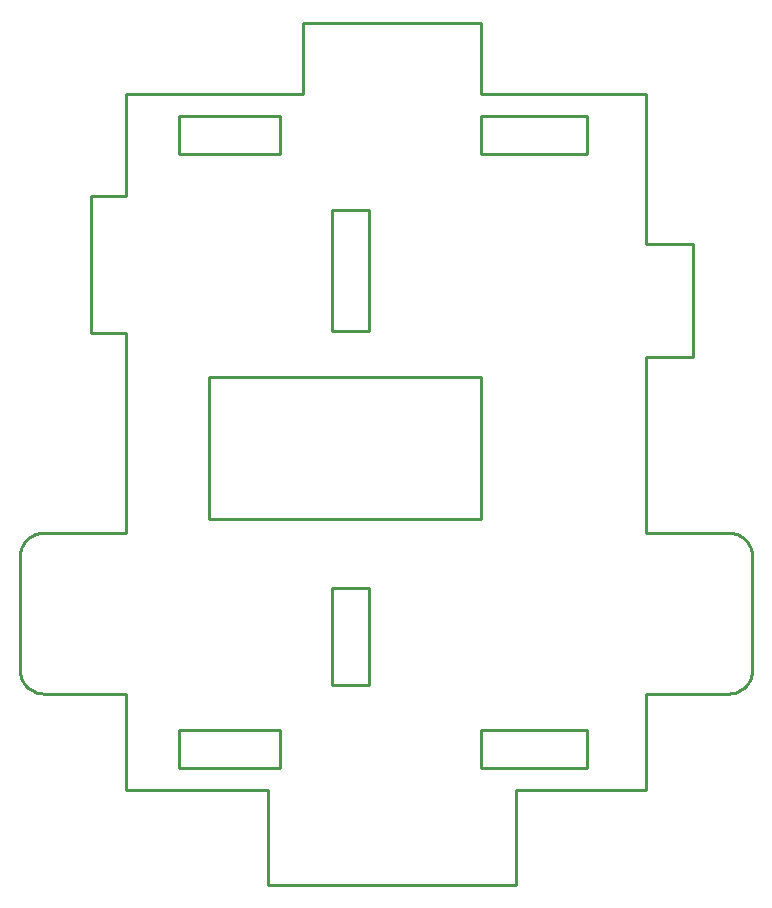
<source format=gbr>
G04 EAGLE Gerber RS-274X export*
G75*
%MOMM*%
%FSLAX34Y34*%
%LPD*%
%IN*%
%IPPOS*%
%AMOC8*
5,1,8,0,0,1.08239X$1,22.5*%
G01*
%ADD10C,0.254000*%


D10*
X10000Y202000D02*
X10076Y200257D01*
X10304Y198527D01*
X10681Y196824D01*
X11206Y195160D01*
X11874Y193548D01*
X12680Y192000D01*
X13617Y190528D01*
X14679Y189144D01*
X15858Y187858D01*
X17144Y186679D01*
X18528Y185617D01*
X20000Y184680D01*
X21548Y183874D01*
X23160Y183206D01*
X24824Y182681D01*
X26527Y182304D01*
X28257Y182076D01*
X30000Y182000D01*
X100000Y182000D01*
X100000Y100000D01*
X220000Y100000D01*
X220000Y20000D01*
X430000Y20000D01*
X430000Y100000D01*
X540000Y100000D01*
X540000Y182000D01*
X610000Y182000D01*
X611743Y182076D01*
X613473Y182304D01*
X615176Y182681D01*
X616840Y183206D01*
X618452Y183874D01*
X620000Y184680D01*
X621472Y185617D01*
X622856Y186679D01*
X624142Y187858D01*
X625321Y189144D01*
X626383Y190528D01*
X627321Y192000D01*
X628126Y193548D01*
X628794Y195160D01*
X629319Y196824D01*
X629696Y198527D01*
X629924Y200257D01*
X630000Y202000D01*
X630000Y298000D01*
X629924Y299743D01*
X629696Y301473D01*
X629319Y303176D01*
X628794Y304840D01*
X628126Y306452D01*
X627321Y308000D01*
X626383Y309472D01*
X625321Y310856D01*
X624142Y312142D01*
X622856Y313321D01*
X621472Y314383D01*
X620000Y315321D01*
X618452Y316126D01*
X616840Y316794D01*
X615176Y317319D01*
X613473Y317696D01*
X611743Y317924D01*
X610000Y318000D01*
X540000Y318000D01*
X540000Y467000D01*
X580000Y467000D01*
X580000Y563000D01*
X540000Y563000D01*
X540000Y690000D01*
X400000Y690000D01*
X400000Y750000D01*
X250000Y750000D01*
X250000Y690000D01*
X100000Y690000D01*
X100000Y603000D01*
X70000Y603000D01*
X70000Y487000D01*
X100000Y487000D01*
X100000Y318000D01*
X30000Y318000D01*
X28257Y317924D01*
X26527Y317696D01*
X24824Y317319D01*
X23160Y316794D01*
X21548Y316126D01*
X20000Y315321D01*
X18528Y314383D01*
X17144Y313321D01*
X15858Y312142D01*
X14679Y310856D01*
X13617Y309472D01*
X12680Y308000D01*
X11874Y306452D01*
X11206Y304840D01*
X10681Y303176D01*
X10304Y301473D01*
X10076Y299743D01*
X10000Y298000D01*
X10000Y202000D01*
X170000Y330000D02*
X400000Y330000D01*
X400000Y450000D01*
X170000Y450000D01*
X170000Y330000D01*
X274000Y489000D02*
X306000Y489000D01*
X306000Y591006D01*
X274000Y591006D01*
X274000Y489000D01*
X274000Y189000D02*
X306000Y189000D01*
X306000Y271000D01*
X274000Y271000D01*
X274000Y189000D01*
X145000Y639000D02*
X230000Y639000D01*
X230000Y671000D01*
X145000Y671000D01*
X145000Y639000D01*
X400000Y639000D02*
X490000Y639000D01*
X490000Y671000D01*
X400000Y671000D01*
X400000Y639000D01*
X400000Y119000D02*
X490000Y119000D01*
X490000Y151000D01*
X400000Y151000D01*
X400000Y119000D01*
X145000Y119000D02*
X230000Y119000D01*
X230000Y151000D01*
X145000Y151000D01*
X145000Y119000D01*
M02*

</source>
